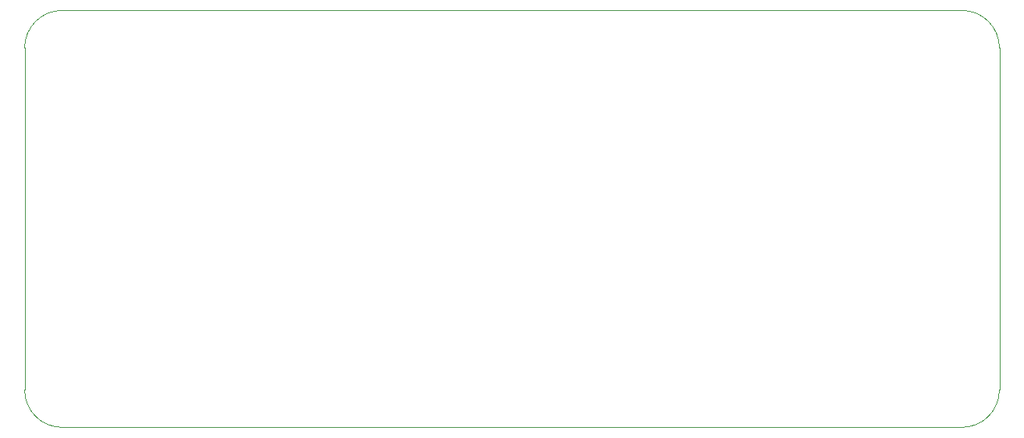
<source format=gm1>
G04 #@! TF.GenerationSoftware,KiCad,Pcbnew,(5.1.9-0-10_14)*
G04 #@! TF.CreationDate,2021-06-10T12:38:53+02:00*
G04 #@! TF.ProjectId,video_memory,76696465-6f5f-46d6-956d-6f72792e6b69,rev?*
G04 #@! TF.SameCoordinates,Original*
G04 #@! TF.FileFunction,Profile,NP*
%FSLAX46Y46*%
G04 Gerber Fmt 4.6, Leading zero omitted, Abs format (unit mm)*
G04 Created by KiCad (PCBNEW (5.1.9-0-10_14)) date 2021-06-10 12:38:53*
%MOMM*%
%LPD*%
G01*
G04 APERTURE LIST*
G04 #@! TA.AperFunction,Profile*
%ADD10C,0.050000*%
G04 #@! TD*
G04 APERTURE END LIST*
D10*
X177546000Y-127508000D02*
X80010000Y-127508000D01*
X181610000Y-86360000D02*
X181610000Y-123444000D01*
X80010000Y-82296000D02*
X177546000Y-82296000D01*
X75946000Y-123444000D02*
X75946000Y-86360000D01*
X80010000Y-127508000D02*
G75*
G02*
X75946000Y-123444000I0J4064000D01*
G01*
X75946000Y-86360000D02*
G75*
G02*
X80010000Y-82296000I4064000J0D01*
G01*
X177546000Y-82296000D02*
G75*
G02*
X181610000Y-86360000I0J-4064000D01*
G01*
X181610000Y-123444000D02*
G75*
G02*
X177546000Y-127508000I-4064000J0D01*
G01*
M02*

</source>
